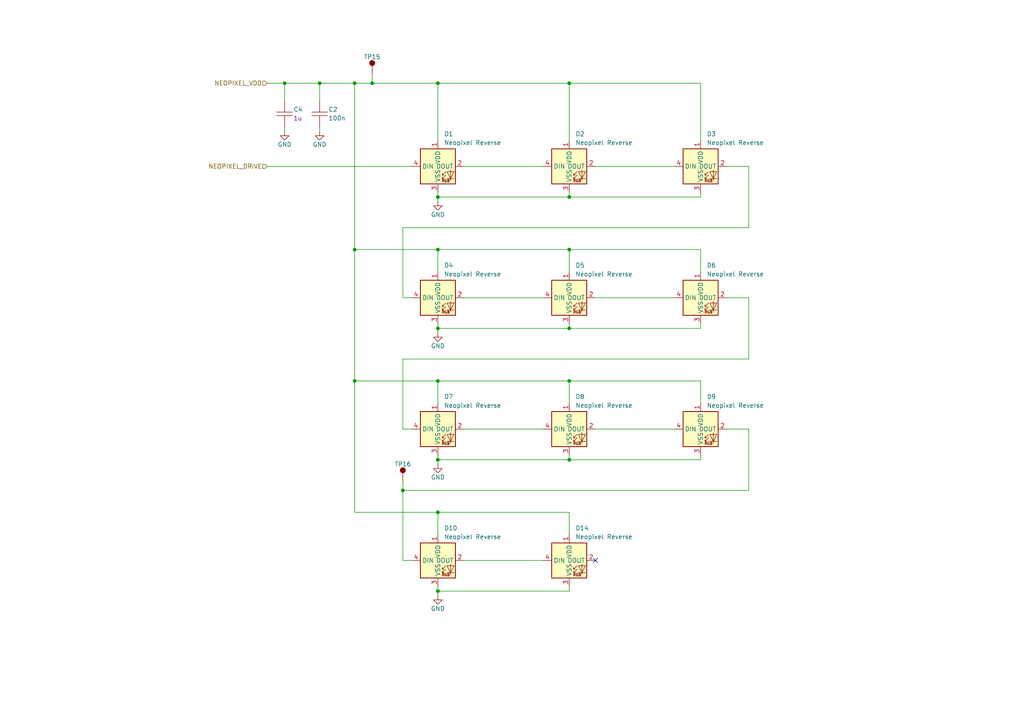
<source format=kicad_sch>
(kicad_sch (version 20231120) (generator "eeschema") (generator_version "8.0")
  (paper "A4")
  (title_block (title "Programmable Keyboard") (date "2024-04-09") (rev "2.1") (company "Kallio Designs Oy") (comment 1 "TL, NH") (comment 3 "PCB_PN"))
  (lib_symbols
    (symbol "KD_Capacitor:C_0603_100n_X7R_50V" (pin_numbers hide) (pin_names hide)
      (property "Reference" "C" (at 2.54 1.27 0))
      (property "Value" "100n" (at 2.54 -1.27 0))
      (symbol "C_0603_100n_X7R_50V_0_1"
        (polyline (pts (xy -2.286 -0.508) (xy 2.286 -0.508)))
        (polyline (pts (xy -2.286 0.508) (xy 2.286 0.508)))
        (polyline (pts (xy 0 -0.508) (xy 0 -1.016)))
        (polyline (pts (xy 0 0.508) (xy 0 1.016)))
      )
      (symbol "C_0603_100n_X7R_50V_1_1"
        (pin passive line (at 0 3.81 270) (length 2.794) (name "~") (number "1"))
        (pin passive line (at 0 -3.81 90) (length 2.794) (name "~") (number "2"))
      )
    )
    (symbol "KD_Capacitor:C_0805_1u_X7R_25V" (pin_numbers hide) (pin_names hide)
      (property "Reference" "C" (at 2.54 1.27 0))
      (property "Code" "1u" (at 2.54 -1.27 0))
      (symbol "C_0805_1u_X7R_25V_0_1"
        (polyline (pts (xy -2.286 -0.508) (xy 2.286 -0.508)))
        (polyline (pts (xy -2.286 0.508) (xy 2.286 0.508)))
        (polyline (pts (xy 0 -0.508) (xy 0 -1.016)))
        (polyline (pts (xy 0 0.508) (xy 0 1.016)))
      )
      (symbol "C_0805_1u_X7R_25V_1_1"
        (pin passive line (at 0 3.81 270) (length 2.794) (name "~") (number "1"))
        (pin passive line (at 0 -3.81 90) (length 2.794) (name "~") (number "2"))
      )
    )
    (symbol "KD_Connector_Pads:TestPoint_2.5mm_H0.9" (pin_numbers hide) (pin_names hide)
      (property "Reference" "TP" (at 0 5.08 0))
      (symbol "TestPoint_2.5mm_H0.9_0_1"
        (circle (center 0 3.302) (radius 0.762) (fill (type outline)))
      )
      (symbol "TestPoint_2.5mm_H0.9_1_1"
        (pin passive line (at 0 0 90) (length 2.54) (name "1") (number "1"))
      )
    )
    (symbol "KD_Led:Neopixel_Reverse_Adafruit_4960"
      (property "Reference" "D" (at 1.778 9.398 0))
      (property "Value" "Neopixel Reverse" (at 1.778 6.858 0))
      (symbol "Neopixel_Reverse_Adafruit_4960_0_0"
        (text "RGB" (at 2.286 -4.191 0) (effects (font (size 0.762 0.762))))
      )
      (symbol "Neopixel_Reverse_Adafruit_4960_0_1"
        (polyline (pts (xy 1.27 -3.556) (xy 1.778 -3.556)))
        (polyline (pts (xy 1.27 -2.54) (xy 1.778 -2.54)))
        (polyline (pts (xy 4.699 -3.556) (xy 2.667 -3.556)))
        (polyline (pts (xy 2.286 -2.54) (xy 1.27 -3.556) (xy 1.27 -3.048)))
        (polyline (pts (xy 2.286 -1.524) (xy 1.27 -2.54) (xy 1.27 -2.032)))
        (polyline (pts (xy 3.683 -1.016) (xy 3.683 -3.556) (xy 3.683 -4.064)))
        (polyline (pts (xy 4.699 -1.524) (xy 2.667 -1.524) (xy 3.683 -3.556) (xy 4.699 -1.524)))
        (rectangle (start 5.08 5.08) (end -5.08 -5.08) (stroke (width 0.254)) (fill (type background)))
      )
      (symbol "Neopixel_Reverse_Adafruit_4960_1_1"
        (pin power_in line (at 0 7.62 270) (length 2.54) (name "VDD") (number "1"))
        (pin output line (at 7.62 0 180) (length 2.54) (name "DOUT") (number "2"))
        (pin power_in line (at 0 -7.62 90) (length 2.54) (name "VSS") (number "3"))
        (pin input line (at -7.62 0 0) (length 2.54) (name "DIN") (number "4"))
      )
    )
    (symbol "power:GND" (power) (pin_names (offset 0))
      (property "Value" "GND" (at 0 -3.81 0))
      (symbol "GND_0_1"
        (polyline (pts (xy 0 0) (xy 0 -1.27) (xy 1.27 -1.27) (xy 0 -2.54) (xy -1.27 -1.27) (xy 0 -1.27)))
      )
      (symbol "GND_1_1"
        (pin power_in line (at 0 0 270) (length 0) hide (name "GND") (number "1"))
      )
    )
  )
  (junction (at 127 171.45))
  (junction (at 102.87 72.39))
  (junction (at 127 133.35))
  (junction (at 102.87 24.13))
  (junction (at 165.1 24.13))
  (junction (at 127 95.25))
  (junction (at 165.1 110.49))
  (junction (at 127 57.15))
  (junction (at 116.84 142.24))
  (junction (at 165.1 133.35))
  (junction (at 127 72.39))
  (junction (at 107.95 24.13))
  (junction (at 127 24.13))
  (junction (at 92.71 24.13))
  (junction (at 82.55 24.13))
  (junction (at 165.1 57.15))
  (junction (at 127 148.59))
  (junction (at 165.1 72.39))
  (junction (at 127 110.49))
  (junction (at 102.87 110.49))
  (junction (at 165.1 95.25))
  (no_connect (at 172.72 162.56))
  (wire (pts (xy 217.17 142.24) (xy 116.84 142.24)))
  (wire (pts (xy 127 96.52) (xy 127 95.25)))
  (wire (pts (xy 127 57.15) (xy 127 55.88)))
  (wire (pts (xy 116.84 104.14) (xy 116.84 124.46)))
  (wire (pts (xy 217.17 48.26) (xy 217.17 66.04)))
  (wire (pts (xy 77.47 48.26) (xy 119.38 48.26)))
  (wire (pts (xy 165.1 95.25) (xy 203.2 95.25)))
  (wire (pts (xy 195.58 48.26) (xy 172.72 48.26)))
  (wire (pts (xy 82.55 24.13) (xy 82.55 29.21)))
  (wire (pts (xy 127 24.13) (xy 127 40.64)))
  (wire (pts (xy 127 57.15) (xy 165.1 57.15)))
  (wire (pts (xy 127 95.25) (xy 165.1 95.25)))
  (wire (pts (xy 195.58 124.46) (xy 172.72 124.46)))
  (wire (pts (xy 165.1 116.84) (xy 165.1 110.49)))
  (wire (pts (xy 203.2 93.98) (xy 203.2 95.25)))
  (wire (pts (xy 210.82 48.26) (xy 217.17 48.26)))
  (wire (pts (xy 210.82 86.36) (xy 217.17 86.36)))
  (wire (pts (xy 157.48 162.56) (xy 134.62 162.56)))
  (wire (pts (xy 203.2 72.39) (xy 165.1 72.39)))
  (wire (pts (xy 102.87 72.39) (xy 102.87 110.49)))
  (wire (pts (xy 165.1 93.98) (xy 165.1 95.25)))
  (wire (pts (xy 102.87 24.13) (xy 102.87 72.39)))
  (wire (pts (xy 116.84 124.46) (xy 119.38 124.46)))
  (wire (pts (xy 165.1 55.88) (xy 165.1 57.15)))
  (wire (pts (xy 116.84 142.24) (xy 116.84 162.56)))
  (wire (pts (xy 127 133.35) (xy 127 132.08)))
  (wire (pts (xy 165.1 170.18) (xy 165.1 171.45)))
  (wire (pts (xy 102.87 110.49) (xy 127 110.49)))
  (wire (pts (xy 165.1 132.08) (xy 165.1 133.35)))
  (wire (pts (xy 127 95.25) (xy 127 93.98)))
  (wire (pts (xy 92.71 24.13) (xy 92.71 29.21)))
  (wire (pts (xy 116.84 139.7) (xy 116.84 142.24)))
  (wire (pts (xy 127 58.42) (xy 127 57.15)))
  (wire (pts (xy 165.1 57.15) (xy 203.2 57.15)))
  (wire (pts (xy 217.17 104.14) (xy 116.84 104.14)))
  (wire (pts (xy 210.82 124.46) (xy 217.17 124.46)))
  (wire (pts (xy 116.84 162.56) (xy 119.38 162.56)))
  (wire (pts (xy 102.87 72.39) (xy 127 72.39)))
  (wire (pts (xy 203.2 24.13) (xy 165.1 24.13)))
  (wire (pts (xy 92.71 36.83) (xy 92.71 38.1)))
  (wire (pts (xy 217.17 124.46) (xy 217.17 142.24)))
  (wire (pts (xy 203.2 55.88) (xy 203.2 57.15)))
  (wire (pts (xy 107.95 24.13) (xy 127 24.13)))
  (wire (pts (xy 203.2 116.84) (xy 203.2 110.49)))
  (wire (pts (xy 165.1 40.64) (xy 165.1 24.13)))
  (wire (pts (xy 92.71 24.13) (xy 102.87 24.13)))
  (wire (pts (xy 165.1 72.39) (xy 127 72.39)))
  (wire (pts (xy 195.58 86.36) (xy 172.72 86.36)))
  (wire (pts (xy 107.95 21.59) (xy 107.95 24.13)))
  (wire (pts (xy 127 172.72) (xy 127 171.45)))
  (wire (pts (xy 165.1 78.74) (xy 165.1 72.39)))
  (wire (pts (xy 203.2 78.74) (xy 203.2 72.39)))
  (wire (pts (xy 165.1 133.35) (xy 203.2 133.35)))
  (wire (pts (xy 127 148.59) (xy 165.1 148.59)))
  (wire (pts (xy 127 134.62) (xy 127 133.35)))
  (wire (pts (xy 102.87 24.13) (xy 107.95 24.13)))
  (wire (pts (xy 116.84 86.36) (xy 119.38 86.36)))
  (wire (pts (xy 203.2 110.49) (xy 165.1 110.49)))
  (wire (pts (xy 127 133.35) (xy 165.1 133.35)))
  (wire (pts (xy 217.17 66.04) (xy 116.84 66.04)))
  (wire (pts (xy 157.48 48.26) (xy 134.62 48.26)))
  (wire (pts (xy 203.2 40.64) (xy 203.2 24.13)))
  (wire (pts (xy 165.1 24.13) (xy 127 24.13)))
  (wire (pts (xy 217.17 86.36) (xy 217.17 104.14)))
  (wire (pts (xy 127 110.49) (xy 127 116.84)))
  (wire (pts (xy 165.1 148.59) (xy 165.1 154.94)))
  (wire (pts (xy 157.48 86.36) (xy 134.62 86.36)))
  (wire (pts (xy 127 171.45) (xy 165.1 171.45)))
  (wire (pts (xy 127 148.59) (xy 102.87 148.59)))
  (wire (pts (xy 157.48 124.46) (xy 134.62 124.46)))
  (wire (pts (xy 77.47 24.13) (xy 82.55 24.13)))
  (wire (pts (xy 203.2 132.08) (xy 203.2 133.35)))
  (wire (pts (xy 165.1 110.49) (xy 127 110.49)))
  (wire (pts (xy 127 171.45) (xy 127 170.18)))
  (wire (pts (xy 127 72.39) (xy 127 78.74)))
  (wire (pts (xy 102.87 148.59) (xy 102.87 110.49)))
  (wire (pts (xy 127 154.94) (xy 127 148.59)))
  (wire (pts (xy 82.55 36.83) (xy 82.55 38.1)))
  (wire (pts (xy 82.55 24.13) (xy 92.71 24.13)))
  (wire (pts (xy 116.84 66.04) (xy 116.84 86.36)))
  (hierarchical_label "NEOPIXEL_DRIVE" (shape input) (at 77.47 48.26 180))
  (hierarchical_label "NEOPIXEL_VDD" (shape input) (at 77.47 24.13 180))
  (symbol (lib_id "power:GND") (at 127 172.72 0) (mirror y) (unit 1)
    (property "Reference" "#GND06" (effects (hide yes)))
    (property "Value" "GND" (at 127 176.53 0))
    (instances (project "000052 RCCON" (path "" (reference "#GND06") (unit 1))) (project "000018 PGKB" (path "" (reference "#GND036") (unit 1))))
  )
  (symbol (lib_id "KD_Capacitor:C_0603_100n_X7R_50V") (at 92.71 33.02 0) (unit 1)
    (property "Reference" "C2" (at 95.25 31.75 0) (effects (justify left)))
    (property "Value" "100n" (at 95.25 34.29 0) (effects (justify left)))
    (property "Footprint" "KD_Capacitor:CAPC1608X90N" (effects (hide yes)))
    (property "Datasheet" "https://mm.digikey.com/Volume0/opasdata/d220001/medias/docus/658/CL10B104KB8NNWC_Spec.pdf" (effects (hide yes)))
    (property "Manufacturer" "Samsung" (effects (hide yes)))
    (property "MFG_PartNo" "CL10B104KB8NNWC" (effects (hide yes)))
    (property "Supplier" "Digi-Key" (effects (hide yes)))
    (property "Supplier_PartNo" "1276-1935-1-ND" (effects (hide yes)))
    (property "DNP" "F" (effects (hide yes)))
    (property "Price" "0.01" (effects (hide yes)))
    (instances (project "000052 RCCON" (path "" (reference "C2") (unit 1))) (project "000018 PGKB" (path "" (reference "C40") (unit 1))))
  )
  (symbol (lib_id "KD_Led:Neopixel_Reverse_Adafruit_4960") (at 127 86.36 0) (unit 1)
    (property "Reference" "D4" (at 128.778 76.962 0) (effects (justify left)))
    (property "Value" "Neopixel Reverse" (at 128.778 79.502 0) (effects (justify left)))
    (property "Footprint" "KD_Diode:LEDM_NEO3535_REVERSE_SK6812-E" (effects (hide yes)))
    (property "Datasheet" "https://cdn-shop.adafruit.com/product-files/4960/4960_SK6812MINI-E_REV02_EN.pdf" (effects (hide yes)))
    (property "Manufacturer" "Adafruit Industries LLC" (effects (hide yes)))
    (property "MFG_PartNo" "4960" (effects (hide yes)))
    (property "Supplier" "Digi-Key" (effects (hide yes)))
    (property "Supplier_PartNo" "1528-4960-ND" (effects (hide yes)))
    (property "DNP" "F" (effects (hide yes)))
    (property "Price" "0.28" (effects (hide yes)))
  )
  (symbol (lib_id "KD_Led:Neopixel_Reverse_Adafruit_4960") (at 203.2 124.46 0) (unit 1)
    (property "Reference" "D9" (at 204.978 115.062 0) (effects (justify left)))
    (property "Value" "Neopixel Reverse" (at 204.978 117.602 0) (effects (justify left)))
    (property "Footprint" "KD_Diode:LEDM_NEO3535_REVERSE_SK6812-E" (effects (hide yes)))
    (property "Datasheet" "https://cdn-shop.adafruit.com/product-files/4960/4960_SK6812MINI-E_REV02_EN.pdf" (effects (hide yes)))
    (property "Manufacturer" "Adafruit Industries LLC" (effects (hide yes)))
    (property "MFG_PartNo" "4960" (effects (hide yes)))
    (property "Supplier" "Digi-Key" (effects (hide yes)))
    (property "Supplier_PartNo" "1528-4960-ND" (effects (hide yes)))
    (property "DNP" "F" (effects (hide yes)))
    (property "Price" "0.28" (effects (hide yes)))
  )
  (symbol (lib_id "power:GND") (at 127 134.62 0) (mirror y) (unit 1)
    (property "Reference" "#GND06" (effects (hide yes)))
    (property "Value" "GND" (at 127 138.43 0))
    (instances (project "000052 RCCON" (path "" (reference "#GND06") (unit 1))) (project "000018 PGKB" (path "" (reference "#GND035") (unit 1))))
  )
  (symbol (lib_id "KD_Capacitor:C_0805_1u_X7R_25V") (at 82.55 33.02 0) (unit 1)
    (property "Reference" "C4" (at 85.09 31.75 0) (effects (justify left)))
    (property "Value" "1u" (effects (hide yes)))
    (property "Footprint" "KD_Capacitor:CAPC2012X135N" (effects (hide yes)))
    (property "Datasheet" "https://mm.digikey.com/Volume0/opasdata/d220001/medias/docus/1105/CL21B105KAFNNNE_Spec.pdf" (effects (hide yes)))
    (property "Code" "1u" (at 85.09 34.29 0) (effects (justify left)))
    (property "Manufacturer" "Samsung Electro-Mechanics" (effects (hide yes)))
    (property "MFG_PartNo" "CL21B105KAFNNNE" (effects (hide yes)))
    (property "Supplier" "Digi-Key" (effects (hide yes)))
    (property "Supplier_PartNo" "1276-1066-1-ND" (effects (hide yes)))
    (property "DNP" "F" (effects (hide yes)))
    (property "Price" "0.03" (effects (hide yes)))
    (instances (project "000052 RCCON" (path "" (reference "C4") (unit 1))) (project "000018 PGKB" (path "" (reference "C39") (unit 1))))
  )
  (symbol (lib_id "KD_Led:Neopixel_Reverse_Adafruit_4960") (at 165.1 86.36 0) (unit 1)
    (property "Reference" "D5" (at 166.878 76.962 0) (effects (justify left)))
    (property "Value" "Neopixel Reverse" (at 166.878 79.502 0) (effects (justify left)))
    (property "Footprint" "KD_Diode:LEDM_NEO3535_REVERSE_SK6812-E" (effects (hide yes)))
    (property "Datasheet" "https://cdn-shop.adafruit.com/product-files/4960/4960_SK6812MINI-E_REV02_EN.pdf" (effects (hide yes)))
    (property "Manufacturer" "Adafruit Industries LLC" (effects (hide yes)))
    (property "MFG_PartNo" "4960" (effects (hide yes)))
    (property "Supplier" "Digi-Key" (effects (hide yes)))
    (property "Supplier_PartNo" "1528-4960-ND" (effects (hide yes)))
    (property "DNP" "F" (effects (hide yes)))
    (property "Price" "0.28" (effects (hide yes)))
  )
  (symbol (lib_id "KD_Led:Neopixel_Reverse_Adafruit_4960") (at 127 124.46 0) (unit 1)
    (property "Reference" "D7" (at 128.778 115.062 0) (effects (justify left)))
    (property "Value" "Neopixel Reverse" (at 128.778 117.602 0) (effects (justify left)))
    (property "Footprint" "KD_Diode:LEDM_NEO3535_REVERSE_SK6812-E" (effects (hide yes)))
    (property "Datasheet" "https://cdn-shop.adafruit.com/product-files/4960/4960_SK6812MINI-E_REV02_EN.pdf" (effects (hide yes)))
    (property "Manufacturer" "Adafruit Industries LLC" (effects (hide yes)))
    (property "MFG_PartNo" "4960" (effects (hide yes)))
    (property "Supplier" "Digi-Key" (effects (hide yes)))
    (property "Supplier_PartNo" "1528-4960-ND" (effects (hide yes)))
    (property "DNP" "F" (effects (hide yes)))
    (property "Price" "0.28" (effects (hide yes)))
  )
  (symbol (lib_id "KD_Led:Neopixel_Reverse_Adafruit_4960") (at 127 162.56 0) (unit 1)
    (property "Reference" "D10" (at 128.778 153.162 0) (effects (justify left)))
    (property "Value" "Neopixel Reverse" (at 128.778 155.702 0) (effects (justify left)))
    (property "Footprint" "KD_Diode:LEDM_NEO3535_REVERSE_SK6812-E" (effects (hide yes)))
    (property "Datasheet" "https://cdn-shop.adafruit.com/product-files/4960/4960_SK6812MINI-E_REV02_EN.pdf" (effects (hide yes)))
    (property "Manufacturer" "Adafruit Industries LLC" (effects (hide yes)))
    (property "MFG_PartNo" "4960" (effects (hide yes)))
    (property "Supplier" "Digi-Key" (effects (hide yes)))
    (property "Supplier_PartNo" "1528-4960-ND" (effects (hide yes)))
    (property "DNP" "F" (effects (hide yes)))
    (property "Price" "0.28" (effects (hide yes)))
  )
  (symbol (lib_id "KD_Connector_Pads:TestPoint_2.5mm_H0.9") (at 107.95 21.59 0) (unit 1)
    (property "Reference" "TP15" (at 107.95 16.51 0))
    (property "Value" "TP D2.5 mm H0.9mm" (effects (hide yes)))
    (property "Footprint" "KD_Connector_Pads:TestPoint_Pad_D2.5mm_H0.9mm" (effects (hide yes)))
    (property "Datasheet" "DNP" (effects (hide yes)))
    (property "Code" "DNP" (effects (hide yes)))
    (property "Manufacturer" "DNP" (effects (hide yes)))
    (property "MFG_PartNo" "DNP" (effects (hide yes)))
    (property "Supplier" "DNP" (effects (hide yes)))
    (property "Supplier_PartNo" "DNP" (effects (hide yes)))
    (property "DNP" "T" (effects (hide yes)))
    (property "Price" "0.00" (effects (hide yes)))
  )
  (symbol (lib_id "KD_Led:Neopixel_Reverse_Adafruit_4960") (at 203.2 48.26 0) (unit 1)
    (property "Reference" "D3" (at 204.978 38.862 0) (effects (justify left)))
    (property "Value" "Neopixel Reverse" (at 204.978 41.402 0) (effects (justify left)))
    (property "Footprint" "KD_Diode:LEDM_NEO3535_REVERSE_SK6812-E" (effects (hide yes)))
    (property "Datasheet" "https://cdn-shop.adafruit.com/product-files/4960/4960_SK6812MINI-E_REV02_EN.pdf" (effects (hide yes)))
    (property "Manufacturer" "Adafruit Industries LLC" (effects (hide yes)))
    (property "MFG_PartNo" "4960" (effects (hide yes)))
    (property "Supplier" "Digi-Key" (effects (hide yes)))
    (property "Supplier_PartNo" "1528-4960-ND" (effects (hide yes)))
    (property "DNP" "F" (effects (hide yes)))
    (property "Price" "0.28" (effects (hide yes)))
  )
  (symbol (lib_id "KD_Led:Neopixel_Reverse_Adafruit_4960") (at 165.1 162.56 0) (unit 1)
    (property "Reference" "D14" (at 166.878 153.162 0) (effects (justify left)))
    (property "Value" "Neopixel Reverse" (at 166.878 155.702 0) (effects (justify left)))
    (property "Footprint" "KD_Diode:LEDM_NEO3535_REVERSE_SK6812-E" (effects (hide yes)))
    (property "Datasheet" "https://cdn-shop.adafruit.com/product-files/4960/4960_SK6812MINI-E_REV02_EN.pdf" (effects (hide yes)))
    (property "Manufacturer" "Adafruit Industries LLC" (effects (hide yes)))
    (property "MFG_PartNo" "4960" (effects (hide yes)))
    (property "Supplier" "Digi-Key" (effects (hide yes)))
    (property "Supplier_PartNo" "1528-4960-ND" (effects (hide yes)))
    (property "DNP" "F" (effects (hide yes)))
    (property "Price" "0.28" (effects (hide yes)))
  )
  (symbol (lib_id "power:GND") (at 127 58.42 0) (mirror y) (unit 1)
    (property "Reference" "#GND06" (effects (hide yes)))
    (property "Value" "GND" (at 127 62.23 0))
    (instances (project "000052 RCCON" (path "" (reference "#GND06") (unit 1))) (project "000018 PGKB" (path "" (reference "#GND033") (unit 1))))
  )
  (symbol (lib_id "power:GND") (at 92.71 38.1 0) (mirror y) (unit 1)
    (property "Reference" "#GND02" (effects (hide yes)))
    (property "Value" "GND" (at 92.71 41.91 0))
    (instances (project "000052 RCCON" (path "" (reference "#GND02") (unit 1))) (project "000018 PGKB" (path "" (reference "#GND032") (unit 1))))
  )
  (symbol (lib_id "KD_Led:Neopixel_Reverse_Adafruit_4960") (at 127 48.26 0) (unit 1)
    (property "Reference" "D1" (at 128.778 38.862 0) (effects (justify left)))
    (property "Value" "Neopixel Reverse" (at 128.778 41.402 0) (effects (justify left)))
    (property "Footprint" "KD_Diode:LEDM_NEO3535_REVERSE_SK6812-E" (effects (hide yes)))
    (property "Datasheet" "https://cdn-shop.adafruit.com/product-files/4960/4960_SK6812MINI-E_REV02_EN.pdf" (effects (hide yes)))
    (property "Manufacturer" "Adafruit Industries LLC" (effects (hide yes)))
    (property "MFG_PartNo" "4960" (effects (hide yes)))
    (property "Supplier" "Digi-Key" (effects (hide yes)))
    (property "Supplier_PartNo" "1528-4960-ND" (effects (hide yes)))
    (property "DNP" "F" (effects (hide yes)))
    (property "Price" "0.28" (effects (hide yes)))
  )
  (symbol (lib_id "power:GND") (at 82.55 38.1 0) (mirror y) (unit 1)
    (property "Reference" "#GND04" (effects (hide yes)))
    (property "Value" "GND" (at 82.55 41.91 0))
    (instances (project "000052 RCCON" (path "" (reference "#GND04") (unit 1))) (project "000018 PGKB" (path "" (reference "#GND031") (unit 1))))
  )
  (symbol (lib_id "KD_Led:Neopixel_Reverse_Adafruit_4960") (at 203.2 86.36 0) (unit 1)
    (property "Reference" "D6" (at 204.978 76.962 0) (effects (justify left)))
    (property "Value" "Neopixel Reverse" (at 204.978 79.502 0) (effects (justify left)))
    (property "Footprint" "KD_Diode:LEDM_NEO3535_REVERSE_SK6812-E" (effects (hide yes)))
    (property "Datasheet" "https://cdn-shop.adafruit.com/product-files/4960/4960_SK6812MINI-E_REV02_EN.pdf" (effects (hide yes)))
    (property "Manufacturer" "Adafruit Industries LLC" (effects (hide yes)))
    (property "MFG_PartNo" "4960" (effects (hide yes)))
    (property "Supplier" "Digi-Key" (effects (hide yes)))
    (property "Supplier_PartNo" "1528-4960-ND" (effects (hide yes)))
    (property "DNP" "F" (effects (hide yes)))
    (property "Price" "0.28" (effects (hide yes)))
  )
  (symbol (lib_id "power:GND") (at 127 96.52 0) (mirror y) (unit 1)
    (property "Reference" "#GND06" (effects (hide yes)))
    (property "Value" "GND" (at 127 100.33 0))
    (instances (project "000052 RCCON" (path "" (reference "#GND06") (unit 1))) (project "000018 PGKB" (path "" (reference "#GND034") (unit 1))))
  )
  (symbol (lib_id "KD_Led:Neopixel_Reverse_Adafruit_4960") (at 165.1 48.26 0) (unit 1)
    (property "Reference" "D2" (at 166.878 38.862 0) (effects (justify left)))
    (property "Value" "Neopixel Reverse" (at 166.878 41.402 0) (effects (justify left)))
    (property "Footprint" "KD_Diode:LEDM_NEO3535_REVERSE_SK6812-E" (effects (hide yes)))
    (property "Datasheet" "https://cdn-shop.adafruit.com/product-files/4960/4960_SK6812MINI-E_REV02_EN.pdf" (effects (hide yes)))
    (property "Manufacturer" "Adafruit Industries LLC" (effects (hide yes)))
    (property "MFG_PartNo" "4960" (effects (hide yes)))
    (property "Supplier" "Digi-Key" (effects (hide yes)))
    (property "Supplier_PartNo" "1528-4960-ND" (effects (hide yes)))
    (property "DNP" "F" (effects (hide yes)))
    (property "Price" "0.28" (effects (hide yes)))
  )
  (symbol (lib_id "KD_Connector_Pads:TestPoint_2.5mm_H0.9") (at 116.84 139.7 0) (unit 1)
    (property "Reference" "TP16" (at 116.84 134.62 0))
    (property "Value" "TP D2.5 mm H0.9mm" (effects (hide yes)))
    (property "Footprint" "KD_Connector_Pads:TestPoint_Pad_D2.5mm_H0.9mm" (effects (hide yes)))
    (property "Datasheet" "DNP" (effects (hide yes)))
    (property "Code" "DNP" (effects (hide yes)))
    (property "Manufacturer" "DNP" (effects (hide yes)))
    (property "MFG_PartNo" "DNP" (effects (hide yes)))
    (property "Supplier" "DNP" (effects (hide yes)))
    (property "Supplier_PartNo" "DNP" (effects (hide yes)))
    (property "DNP" "T" (effects (hide yes)))
    (property "Price" "0.00" (effects (hide yes)))
  )
  (symbol (lib_id "KD_Led:Neopixel_Reverse_Adafruit_4960") (at 165.1 124.46 0) (unit 1)
    (property "Reference" "D8" (at 166.878 115.062 0) (effects (justify left)))
    (property "Value" "Neopixel Reverse" (at 166.878 117.602 0) (effects (justify left)))
    (property "Footprint" "KD_Diode:LEDM_NEO3535_REVERSE_SK6812-E" (effects (hide yes)))
    (property "Datasheet" "https://cdn-shop.adafruit.com/product-files/4960/4960_SK6812MINI-E_REV02_EN.pdf" (effects (hide yes)))
    (property "Manufacturer" "Adafruit Industries LLC" (effects (hide yes)))
    (property "MFG_PartNo" "4960" (effects (hide yes)))
    (property "Supplier" "Digi-Key" (effects (hide yes)))
    (property "Supplier_PartNo" "1528-4960-ND" (effects (hide yes)))
    (property "DNP" "F" (effects (hide yes)))
    (property "Price" "0.28" (effects (hide yes)))
  )
)
</source>
